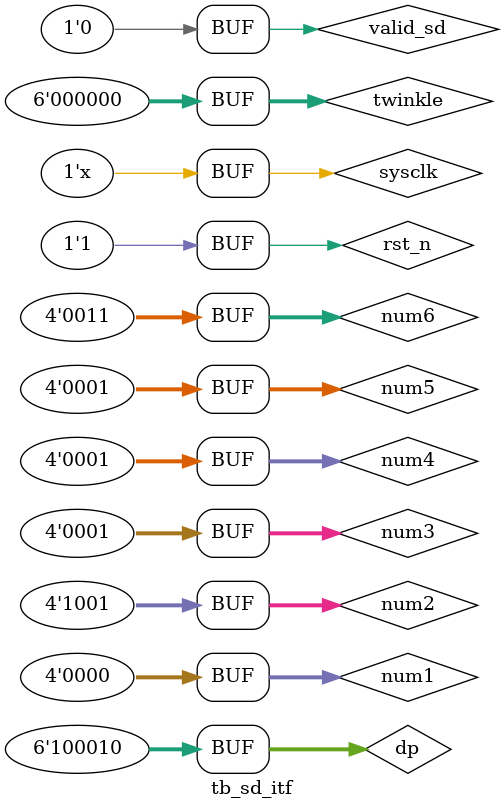
<source format=v>
`include "C:/Users/chb/Desktop/digital_clock/rtl/para.v"

`timescale 1ns/1ns

module tb_sd_itf();
	reg				valid_sd;
	reg		[5:0]	twinkle;
	reg		[5:0]	dp;
	reg		[3:0]	num6;
	reg		[3:0]	num5;
	reg		[3:0]	num4;
	reg		[3:0]	num3;
	reg		[3:0]	num2;
	reg		[3:0]	num1;

	wire			stcp;
	wire			shcp;
	wire			ds;

	reg				sysclk;
	reg				rst_n;

	initial begin
		sysclk = 1'b1;
		rst_n = 1'b0;
		# 30;
		rst_n = 1'b1;
	end

	always begin
		# 10;
		sysclk = ~sysclk;
	end

	initial begin
		valid_sd = 1'b0;
		twinkle = 5'b0;
		dp = 6'b0;
		num6 = 4'b0;
		num5 = 4'b0;
		num4 = 4'b0;
		num3 = 4'b0;
		num2 = 4'b0;
		num1 = 4'b0;
		# 40;
		valid_sd = 1'b1;
		dp = 6'b100_010;
		num6 = 3;
		num5 = 1;
		num4 = 1;
		num3 = 1;
		num2 = 9;
		num1 = 0;
		# 20;
		valid_sd = 1'b0;
	end

	sd_itf inst_sd_itf(
		.valid_sd		(valid_sd),
		.twinkle		(twinkle),
		.dp				(dp),

		.num6			(num6),
		.num5			(num5),
		.num4			(num4),
		.num3			(num3),
		.num2			(num2),
		.num1			(num1),

		.stcp			(stcp),
		.shcp			(shcp),
		.ds				(ds),

		.sysclk			(sysclk),
		.rst_n			(rst_n)
	);
endmodule

</source>
